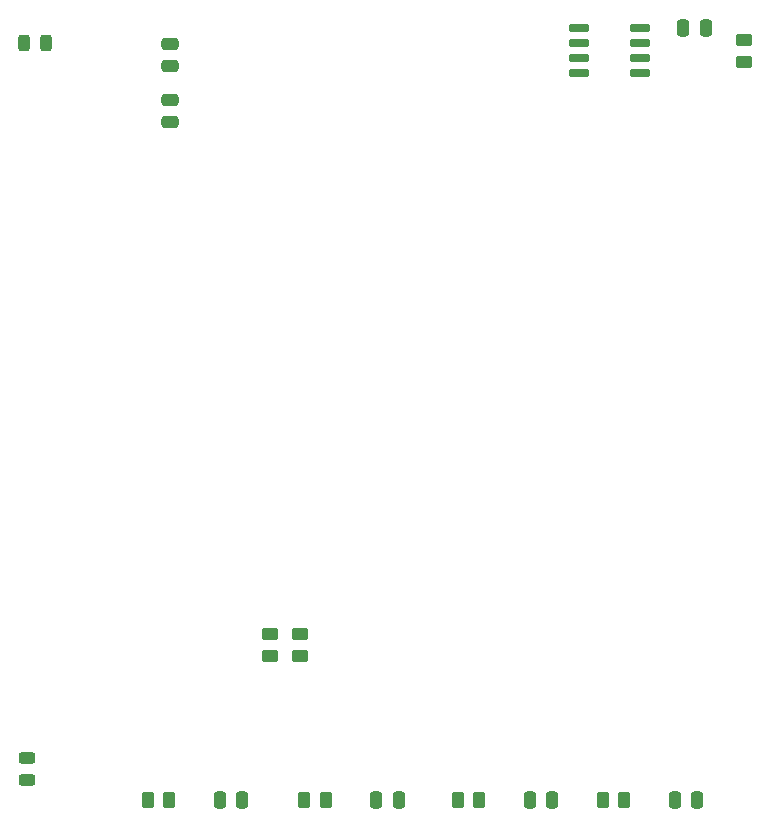
<source format=gbr>
%TF.GenerationSoftware,KiCad,Pcbnew,8.0.4-8.0.4-0~ubuntu22.04.1*%
%TF.CreationDate,2024-08-22T14:24:29+02:00*%
%TF.ProjectId,PCB_robot_controller,5043425f-726f-4626-9f74-5f636f6e7472,rev?*%
%TF.SameCoordinates,Original*%
%TF.FileFunction,Paste,Top*%
%TF.FilePolarity,Positive*%
%FSLAX46Y46*%
G04 Gerber Fmt 4.6, Leading zero omitted, Abs format (unit mm)*
G04 Created by KiCad (PCBNEW 8.0.4-8.0.4-0~ubuntu22.04.1) date 2024-08-22 14:24:29*
%MOMM*%
%LPD*%
G01*
G04 APERTURE LIST*
G04 Aperture macros list*
%AMRoundRect*
0 Rectangle with rounded corners*
0 $1 Rounding radius*
0 $2 $3 $4 $5 $6 $7 $8 $9 X,Y pos of 4 corners*
0 Add a 4 corners polygon primitive as box body*
4,1,4,$2,$3,$4,$5,$6,$7,$8,$9,$2,$3,0*
0 Add four circle primitives for the rounded corners*
1,1,$1+$1,$2,$3*
1,1,$1+$1,$4,$5*
1,1,$1+$1,$6,$7*
1,1,$1+$1,$8,$9*
0 Add four rect primitives between the rounded corners*
20,1,$1+$1,$2,$3,$4,$5,0*
20,1,$1+$1,$4,$5,$6,$7,0*
20,1,$1+$1,$6,$7,$8,$9,0*
20,1,$1+$1,$8,$9,$2,$3,0*%
G04 Aperture macros list end*
%ADD10RoundRect,0.250000X-0.475000X0.250000X-0.475000X-0.250000X0.475000X-0.250000X0.475000X0.250000X0*%
%ADD11RoundRect,0.150000X-0.725000X-0.150000X0.725000X-0.150000X0.725000X0.150000X-0.725000X0.150000X0*%
%ADD12RoundRect,0.250000X0.262500X0.450000X-0.262500X0.450000X-0.262500X-0.450000X0.262500X-0.450000X0*%
%ADD13RoundRect,0.250000X0.450000X-0.262500X0.450000X0.262500X-0.450000X0.262500X-0.450000X-0.262500X0*%
%ADD14RoundRect,0.250000X0.250000X0.475000X-0.250000X0.475000X-0.250000X-0.475000X0.250000X-0.475000X0*%
%ADD15RoundRect,0.250000X-0.250000X-0.475000X0.250000X-0.475000X0.250000X0.475000X-0.250000X0.475000X0*%
%ADD16RoundRect,0.243750X0.243750X0.456250X-0.243750X0.456250X-0.243750X-0.456250X0.243750X-0.456250X0*%
%ADD17RoundRect,0.250000X0.475000X-0.250000X0.475000X0.250000X-0.475000X0.250000X-0.475000X-0.250000X0*%
%ADD18RoundRect,0.243750X0.456250X-0.243750X0.456250X0.243750X-0.456250X0.243750X-0.456250X-0.243750X0*%
G04 APERTURE END LIST*
D10*
%TO.C,C2*%
X139520000Y-71350000D03*
X139520000Y-73250000D03*
%TD*%
D11*
%TO.C,U2*%
X174195000Y-70045000D03*
X174195000Y-71315000D03*
X174195000Y-72585000D03*
X174195000Y-73855000D03*
X179345000Y-73855000D03*
X179345000Y-72585000D03*
X179345000Y-71315000D03*
X179345000Y-70045000D03*
%TD*%
D12*
%TO.C,R4*%
X152745000Y-135350000D03*
X150920000Y-135350000D03*
%TD*%
%TO.C,R6*%
X177995000Y-135350000D03*
X176170000Y-135350000D03*
%TD*%
D13*
%TO.C,R7*%
X188170000Y-72875000D03*
X188170000Y-71050000D03*
%TD*%
%TO.C,R2*%
X150560000Y-123175000D03*
X150560000Y-121350000D03*
%TD*%
D14*
%TO.C,C7*%
X184170000Y-135350000D03*
X182270000Y-135350000D03*
%TD*%
D13*
%TO.C,R1*%
X148020000Y-123175000D03*
X148020000Y-121350000D03*
%TD*%
D14*
%TO.C,C6*%
X171920000Y-135350000D03*
X170020000Y-135350000D03*
%TD*%
D12*
%TO.C,R3*%
X139495000Y-135350000D03*
X137670000Y-135350000D03*
%TD*%
D15*
%TO.C,C1*%
X183020000Y-70050000D03*
X184920000Y-70050000D03*
%TD*%
D12*
%TO.C,R5*%
X165745000Y-135350000D03*
X163920000Y-135350000D03*
%TD*%
D16*
%TO.C,D2*%
X129070000Y-71300000D03*
X127195000Y-71300000D03*
%TD*%
D14*
%TO.C,C4*%
X145670000Y-135350000D03*
X143770000Y-135350000D03*
%TD*%
%TO.C,C5*%
X158920000Y-135350000D03*
X157020000Y-135350000D03*
%TD*%
D17*
%TO.C,C3*%
X139520000Y-78000000D03*
X139520000Y-76100000D03*
%TD*%
D18*
%TO.C,D1*%
X127470000Y-133687500D03*
X127470000Y-131812500D03*
%TD*%
M02*

</source>
